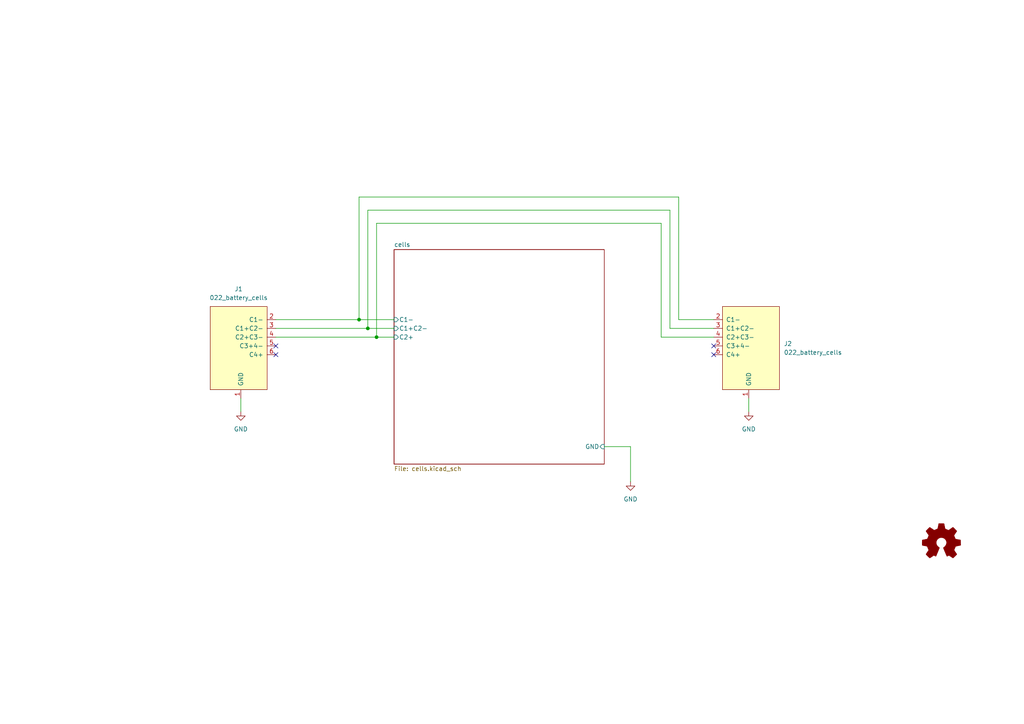
<source format=kicad_sch>
(kicad_sch (version 20211123) (generator eeschema)

  (uuid 57732dd3-1162-4c3f-88bd-31bf473d124d)

  (paper "A4")

  (lib_symbols
    (symbol "Graphic:Logo_Open_Hardware_Small" (pin_names (offset 1.016)) (in_bom yes) (on_board yes)
      (property "Reference" "#LOGO" (id 0) (at 0 6.985 0)
        (effects (font (size 1.27 1.27)) hide)
      )
      (property "Value" "Logo_Open_Hardware_Small" (id 1) (at 0 -5.715 0)
        (effects (font (size 1.27 1.27)) hide)
      )
      (property "Footprint" "" (id 2) (at 0 0 0)
        (effects (font (size 1.27 1.27)) hide)
      )
      (property "Datasheet" "~" (id 3) (at 0 0 0)
        (effects (font (size 1.27 1.27)) hide)
      )
      (property "ki_keywords" "Logo" (id 4) (at 0 0 0)
        (effects (font (size 1.27 1.27)) hide)
      )
      (property "ki_description" "Open Hardware logo, small" (id 5) (at 0 0 0)
        (effects (font (size 1.27 1.27)) hide)
      )
      (symbol "Logo_Open_Hardware_Small_0_1"
        (polyline
          (pts
            (xy 3.3528 -4.3434)
            (xy 3.302 -4.318)
            (xy 3.175 -4.2418)
            (xy 2.9972 -4.1148)
            (xy 2.7686 -3.9624)
            (xy 2.54 -3.81)
            (xy 2.3622 -3.7084)
            (xy 2.2352 -3.6068)
            (xy 2.1844 -3.5814)
            (xy 2.159 -3.6068)
            (xy 2.0574 -3.6576)
            (xy 1.905 -3.7338)
            (xy 1.8034 -3.7846)
            (xy 1.6764 -3.8354)
            (xy 1.6002 -3.8354)
            (xy 1.6002 -3.8354)
            (xy 1.5494 -3.7338)
            (xy 1.4732 -3.5306)
            (xy 1.3462 -3.302)
            (xy 1.2446 -3.0226)
            (xy 1.1176 -2.7178)
            (xy 0.9652 -2.413)
            (xy 0.8636 -2.1082)
            (xy 0.7366 -1.8288)
            (xy 0.6604 -1.6256)
            (xy 0.6096 -1.4732)
            (xy 0.5842 -1.397)
            (xy 0.5842 -1.397)
            (xy 0.6604 -1.3208)
            (xy 0.7874 -1.2446)
            (xy 1.0414 -1.016)
            (xy 1.2954 -0.6858)
            (xy 1.4478 -0.3302)
            (xy 1.524 0.0762)
            (xy 1.4732 0.4572)
            (xy 1.3208 0.8128)
            (xy 1.0668 1.143)
            (xy 0.762 1.3716)
            (xy 0.4064 1.524)
            (xy 0 1.5748)
            (xy -0.381 1.5494)
            (xy -0.7366 1.397)
            (xy -1.0668 1.143)
            (xy -1.2192 0.9906)
            (xy -1.397 0.6604)
            (xy -1.524 0.3048)
            (xy -1.524 0.2286)
            (xy -1.4986 -0.1778)
            (xy -1.397 -0.5334)
            (xy -1.1938 -0.8636)
            (xy -0.9144 -1.143)
            (xy -0.8636 -1.1684)
            (xy -0.7366 -1.27)
            (xy -0.635 -1.3462)
            (xy -0.5842 -1.397)
            (xy -1.0668 -2.5908)
            (xy -1.143 -2.794)
            (xy -1.2954 -3.1242)
            (xy -1.397 -3.4036)
            (xy -1.4986 -3.6322)
            (xy -1.5748 -3.7846)
            (xy -1.6002 -3.8354)
            (xy -1.6002 -3.8354)
            (xy -1.651 -3.8354)
            (xy -1.7272 -3.81)
            (xy -1.905 -3.7338)
            (xy -2.0066 -3.683)
            (xy -2.1336 -3.6068)
            (xy -2.2098 -3.5814)
            (xy -2.2606 -3.6068)
            (xy -2.3622 -3.683)
            (xy -2.54 -3.81)
            (xy -2.7686 -3.9624)
            (xy -2.9718 -4.0894)
            (xy -3.1496 -4.2164)
            (xy -3.302 -4.318)
            (xy -3.3528 -4.3434)
            (xy -3.3782 -4.3434)
            (xy -3.429 -4.318)
            (xy -3.5306 -4.2164)
            (xy -3.7084 -4.064)
            (xy -3.937 -3.8354)
            (xy -3.9624 -3.81)
            (xy -4.1656 -3.6068)
            (xy -4.318 -3.4544)
            (xy -4.4196 -3.3274)
            (xy -4.445 -3.2766)
            (xy -4.445 -3.2766)
            (xy -4.4196 -3.2258)
            (xy -4.318 -3.0734)
            (xy -4.2164 -2.8956)
            (xy -4.064 -2.667)
            (xy -3.6576 -2.0828)
            (xy -3.8862 -1.5494)
            (xy -3.937 -1.3716)
            (xy -4.0386 -1.1684)
            (xy -4.0894 -1.0414)
            (xy -4.1148 -0.9652)
            (xy -4.191 -0.9398)
            (xy -4.318 -0.9144)
            (xy -4.5466 -0.8636)
            (xy -4.8006 -0.8128)
            (xy -5.0546 -0.7874)
            (xy -5.2578 -0.7366)
            (xy -5.4356 -0.7112)
            (xy -5.5118 -0.6858)
            (xy -5.5118 -0.6858)
            (xy -5.5372 -0.635)
            (xy -5.5372 -0.5588)
            (xy -5.5372 -0.4318)
            (xy -5.5626 -0.2286)
            (xy -5.5626 0.0762)
            (xy -5.5626 0.127)
            (xy -5.5372 0.4064)
            (xy -5.5372 0.635)
            (xy -5.5372 0.762)
            (xy -5.5372 0.8382)
            (xy -5.5372 0.8382)
            (xy -5.461 0.8382)
            (xy -5.3086 0.889)
            (xy -5.08 0.9144)
            (xy -4.826 0.9652)
            (xy -4.8006 0.9906)
            (xy -4.5466 1.0414)
            (xy -4.318 1.0668)
            (xy -4.1656 1.1176)
            (xy -4.0894 1.143)
            (xy -4.0894 1.143)
            (xy -4.0386 1.2446)
            (xy -3.9624 1.4224)
            (xy -3.8608 1.6256)
            (xy -3.7846 1.8288)
            (xy -3.7084 2.0066)
            (xy -3.6576 2.159)
            (xy -3.6322 2.2098)
            (xy -3.6322 2.2098)
            (xy -3.683 2.286)
            (xy -3.7592 2.413)
            (xy -3.8862 2.5908)
            (xy -4.064 2.8194)
            (xy -4.064 2.8448)
            (xy -4.2164 3.0734)
            (xy -4.3434 3.2512)
            (xy -4.4196 3.3782)
            (xy -4.445 3.4544)
            (xy -4.445 3.4544)
            (xy -4.3942 3.5052)
            (xy -4.2926 3.6322)
            (xy -4.1148 3.81)
            (xy -3.937 4.0132)
            (xy -3.8608 4.064)
            (xy -3.6576 4.2926)
            (xy -3.5052 4.4196)
            (xy -3.4036 4.4958)
            (xy -3.3528 4.5212)
            (xy -3.3528 4.5212)
            (xy -3.302 4.4704)
            (xy -3.1496 4.3688)
            (xy -2.9718 4.2418)
            (xy -2.7432 4.0894)
            (xy -2.7178 4.0894)
            (xy -2.4892 3.937)
            (xy -2.3114 3.81)
            (xy -2.1844 3.7084)
            (xy -2.1336 3.683)
            (xy -2.1082 3.683)
            (xy -2.032 3.7084)
            (xy -1.8542 3.7592)
            (xy -1.6764 3.8354)
            (xy -1.4732 3.937)
            (xy -1.27 4.0132)
            (xy -1.143 4.064)
            (xy -1.0668 4.1148)
            (xy -1.0668 4.1148)
            (xy -1.0414 4.191)
            (xy -1.016 4.3434)
            (xy -0.9652 4.572)
            (xy -0.9144 4.8514)
            (xy -0.889 4.9022)
            (xy -0.8382 5.1562)
            (xy -0.8128 5.3848)
            (xy -0.7874 5.5372)
            (xy -0.762 5.588)
            (xy -0.7112 5.6134)
            (xy -0.5842 5.6134)
            (xy -0.4064 5.6134)
            (xy -0.1524 5.6134)
            (xy 0.0762 5.6134)
            (xy 0.3302 5.6134)
            (xy 0.5334 5.6134)
            (xy 0.6858 5.588)
            (xy 0.7366 5.588)
            (xy 0.7366 5.588)
            (xy 0.762 5.5118)
            (xy 0.8128 5.334)
            (xy 0.8382 5.1054)
            (xy 0.9144 4.826)
            (xy 0.9144 4.7752)
            (xy 0.9652 4.5212)
            (xy 1.016 4.2926)
            (xy 1.0414 4.1402)
            (xy 1.0668 4.0894)
            (xy 1.0668 4.0894)
            (xy 1.1938 4.0386)
            (xy 1.3716 3.9624)
            (xy 1.5748 3.8608)
            (xy 2.0828 3.6576)
            (xy 2.7178 4.0894)
            (xy 2.7686 4.1402)
            (xy 2.9972 4.2926)
            (xy 3.175 4.4196)
            (xy 3.302 4.4958)
            (xy 3.3782 4.5212)
            (xy 3.3782 4.5212)
            (xy 3.429 4.4704)
            (xy 3.556 4.3434)
            (xy 3.7338 4.191)
            (xy 3.9116 3.9878)
            (xy 4.064 3.8354)
            (xy 4.2418 3.6576)
            (xy 4.3434 3.556)
            (xy 4.4196 3.4798)
            (xy 4.4196 3.429)
            (xy 4.4196 3.4036)
            (xy 4.3942 3.3274)
            (xy 4.2926 3.2004)
            (xy 4.1656 2.9972)
            (xy 4.0132 2.794)
            (xy 3.8862 2.5908)
            (xy 3.7592 2.3876)
            (xy 3.6576 2.2352)
            (xy 3.6322 2.159)
            (xy 3.6322 2.1336)
            (xy 3.683 2.0066)
            (xy 3.7592 1.8288)
            (xy 3.8608 1.6002)
            (xy 4.064 1.1176)
            (xy 4.3942 1.0414)
            (xy 4.5974 1.016)
            (xy 4.8768 0.9652)
            (xy 5.1308 0.9144)
            (xy 5.5372 0.8382)
            (xy 5.5626 -0.6604)
            (xy 5.4864 -0.6858)
            (xy 5.4356 -0.6858)
            (xy 5.2832 -0.7366)
            (xy 5.0546 -0.762)
            (xy 4.8006 -0.8128)
            (xy 4.5974 -0.8636)
            (xy 4.3688 -0.9144)
            (xy 4.2164 -0.9398)
            (xy 4.1402 -0.9398)
            (xy 4.1148 -0.9652)
            (xy 4.064 -1.0668)
            (xy 3.9878 -1.2446)
            (xy 3.9116 -1.4478)
            (xy 3.81 -1.651)
            (xy 3.7338 -1.8542)
            (xy 3.683 -2.0066)
            (xy 3.6576 -2.0828)
            (xy 3.683 -2.1336)
            (xy 3.7846 -2.2606)
            (xy 3.8862 -2.4638)
            (xy 4.0386 -2.667)
            (xy 4.191 -2.8956)
            (xy 4.318 -3.0734)
            (xy 4.3942 -3.2004)
            (xy 4.445 -3.2766)
            (xy 4.4196 -3.3274)
            (xy 4.3434 -3.429)
            (xy 4.1656 -3.5814)
            (xy 3.937 -3.8354)
            (xy 3.8862 -3.8608)
            (xy 3.683 -4.064)
            (xy 3.5306 -4.2164)
            (xy 3.4036 -4.318)
            (xy 3.3528 -4.3434)
          )
          (stroke (width 0) (type default) (color 0 0 0 0))
          (fill (type outline))
        )
      )
    )
    (symbol "power:GND" (power) (pin_names (offset 0)) (in_bom yes) (on_board yes)
      (property "Reference" "#PWR" (id 0) (at 0 -6.35 0)
        (effects (font (size 1.27 1.27)) hide)
      )
      (property "Value" "GND" (id 1) (at 0 -3.81 0)
        (effects (font (size 1.27 1.27)))
      )
      (property "Footprint" "" (id 2) (at 0 0 0)
        (effects (font (size 1.27 1.27)) hide)
      )
      (property "Datasheet" "" (id 3) (at 0 0 0)
        (effects (font (size 1.27 1.27)) hide)
      )
      (property "ki_keywords" "power-flag" (id 4) (at 0 0 0)
        (effects (font (size 1.27 1.27)) hide)
      )
      (property "ki_description" "Power symbol creates a global label with name \"GND\" , ground" (id 5) (at 0 0 0)
        (effects (font (size 1.27 1.27)) hide)
      )
      (symbol "GND_0_1"
        (polyline
          (pts
            (xy 0 0)
            (xy 0 -1.27)
            (xy 1.27 -1.27)
            (xy 0 -2.54)
            (xy -1.27 -1.27)
            (xy 0 -1.27)
          )
          (stroke (width 0) (type default) (color 0 0 0 0))
          (fill (type none))
        )
      )
      (symbol "GND_1_1"
        (pin power_in line (at 0 0 270) (length 0) hide
          (name "GND" (effects (font (size 1.27 1.27))))
          (number "1" (effects (font (size 1.27 1.27))))
        )
      )
    )
    (symbol "put_on_edge:022_battery_cells" (pin_names (offset 1.016)) (in_bom yes) (on_board yes)
      (property "Reference" "J" (id 0) (at -2.54 13.97 0)
        (effects (font (size 1.27 1.27)))
      )
      (property "Value" "022_battery_cells" (id 1) (at 8.89 13.97 0)
        (effects (font (size 1.27 1.27)))
      )
      (property "Footprint" "" (id 2) (at 7.62 16.51 0)
        (effects (font (size 1.27 1.27)) hide)
      )
      (property "Datasheet" "" (id 3) (at 7.62 16.51 0)
        (effects (font (size 1.27 1.27)) hide)
      )
      (symbol "022_battery_cells_0_1"
        (rectangle (start -8.89 12.7) (end 7.62 -11.43)
          (stroke (width 0) (type default) (color 0 0 0 0))
          (fill (type background))
        )
      )
      (symbol "022_battery_cells_1_1"
        (pin power_in line (at -1.27 -13.97 90) (length 2.54)
          (name "GND" (effects (font (size 1.27 1.27))))
          (number "1" (effects (font (size 1.27 1.27))))
        )
        (pin unspecified line (at -11.43 8.89 0) (length 2.54)
          (name "C1-" (effects (font (size 1.27 1.27))))
          (number "2" (effects (font (size 1.27 1.27))))
        )
        (pin unspecified line (at -11.43 6.35 0) (length 2.54)
          (name "C1+C2-" (effects (font (size 1.27 1.27))))
          (number "3" (effects (font (size 1.27 1.27))))
        )
        (pin unspecified line (at -11.43 3.81 0) (length 2.54)
          (name "C2+C3-" (effects (font (size 1.27 1.27))))
          (number "4" (effects (font (size 1.27 1.27))))
        )
        (pin unspecified line (at -11.43 1.27 0) (length 2.54)
          (name "C3+4-" (effects (font (size 1.27 1.27))))
          (number "5" (effects (font (size 1.27 1.27))))
        )
        (pin unspecified line (at -11.43 -1.27 0) (length 2.54)
          (name "C4+" (effects (font (size 1.27 1.27))))
          (number "6" (effects (font (size 1.27 1.27))))
        )
      )
    )
  )

  (junction (at 104.14 92.71) (diameter 0) (color 0 0 0 0)
    (uuid 59610b6c-11df-40f2-a62e-02712d1f1c91)
  )
  (junction (at 106.68 95.25) (diameter 0) (color 0 0 0 0)
    (uuid 61fdd370-85b8-427b-8c99-a0062fd3c9be)
  )
  (junction (at 109.22 97.79) (diameter 0) (color 0 0 0 0)
    (uuid 8cff9f77-0a65-4643-b384-f77328b72692)
  )

  (no_connect (at 207.01 102.87) (uuid 9e88a029-7337-4302-a038-654a7b61131e))
  (no_connect (at 207.01 100.33) (uuid 9e88a029-7337-4302-a038-654a7b61131f))
  (no_connect (at 80.01 102.87) (uuid d87241bb-d493-4046-b455-6f2e6db6f4e1))
  (no_connect (at 80.01 100.33) (uuid d87241bb-d493-4046-b455-6f2e6db6f4e2))

  (wire (pts (xy 106.68 95.25) (xy 114.3 95.25))
    (stroke (width 0) (type default) (color 0 0 0 0))
    (uuid 29ab5b34-f537-46b5-8b98-e3a75379d465)
  )
  (wire (pts (xy 80.01 92.71) (xy 104.14 92.71))
    (stroke (width 0) (type default) (color 0 0 0 0))
    (uuid 34adbf81-71f3-46c0-9829-3a0b12b4b0db)
  )
  (wire (pts (xy 106.68 60.96) (xy 106.68 95.25))
    (stroke (width 0) (type default) (color 0 0 0 0))
    (uuid 3c55dd70-e357-4a9c-ad00-7c995a7236f4)
  )
  (wire (pts (xy 104.14 92.71) (xy 114.3 92.71))
    (stroke (width 0) (type default) (color 0 0 0 0))
    (uuid 3eb3f952-6260-4c3f-9890-7fee48925c68)
  )
  (wire (pts (xy 104.14 57.15) (xy 196.85 57.15))
    (stroke (width 0) (type default) (color 0 0 0 0))
    (uuid 45dc53bc-1d32-4153-b856-2c21ed10d797)
  )
  (wire (pts (xy 217.17 115.57) (xy 217.17 119.38))
    (stroke (width 0) (type default) (color 0 0 0 0))
    (uuid 4bbcb473-0b29-4262-ba02-71b75a5e1cfd)
  )
  (wire (pts (xy 191.77 64.77) (xy 191.77 97.79))
    (stroke (width 0) (type default) (color 0 0 0 0))
    (uuid 4e819b5a-ab11-467f-b48a-6d973c7eb32c)
  )
  (wire (pts (xy 194.31 60.96) (xy 106.68 60.96))
    (stroke (width 0) (type default) (color 0 0 0 0))
    (uuid 5265fc18-844a-4b7e-86d6-73cc3de3437b)
  )
  (wire (pts (xy 80.01 97.79) (xy 109.22 97.79))
    (stroke (width 0) (type default) (color 0 0 0 0))
    (uuid 57cda98e-720c-4308-8290-c647be110a11)
  )
  (wire (pts (xy 182.88 129.54) (xy 182.88 139.7))
    (stroke (width 0) (type default) (color 0 0 0 0))
    (uuid 5a1fc14d-1d6f-444c-82b2-77ce3f0eeb3f)
  )
  (wire (pts (xy 109.22 64.77) (xy 191.77 64.77))
    (stroke (width 0) (type default) (color 0 0 0 0))
    (uuid 69f40a82-5da5-46b4-a706-d09d7c023b0d)
  )
  (wire (pts (xy 207.01 95.25) (xy 194.31 95.25))
    (stroke (width 0) (type default) (color 0 0 0 0))
    (uuid 850d5da3-1105-4a7a-a36e-0c41119a3d5a)
  )
  (wire (pts (xy 194.31 95.25) (xy 194.31 60.96))
    (stroke (width 0) (type default) (color 0 0 0 0))
    (uuid 9112cfe9-b3b9-4bfe-8708-a9e37eebcb38)
  )
  (wire (pts (xy 191.77 97.79) (xy 207.01 97.79))
    (stroke (width 0) (type default) (color 0 0 0 0))
    (uuid 9aa192ca-128b-4e45-af2c-db6bf8afa046)
  )
  (wire (pts (xy 80.01 95.25) (xy 106.68 95.25))
    (stroke (width 0) (type default) (color 0 0 0 0))
    (uuid 9efa2e48-b959-412e-b2e4-49dca9ee73e5)
  )
  (wire (pts (xy 109.22 97.79) (xy 109.22 64.77))
    (stroke (width 0) (type default) (color 0 0 0 0))
    (uuid a3515da2-6636-4bbf-8441-25230f95bd17)
  )
  (wire (pts (xy 175.26 129.54) (xy 182.88 129.54))
    (stroke (width 0) (type default) (color 0 0 0 0))
    (uuid b5f50e6e-6728-4454-96f5-44e0bc388ce5)
  )
  (wire (pts (xy 69.85 115.57) (xy 69.85 119.38))
    (stroke (width 0) (type default) (color 0 0 0 0))
    (uuid c5f6898a-6fc8-4478-9df9-bd19c99a0a76)
  )
  (wire (pts (xy 109.22 97.79) (xy 114.3 97.79))
    (stroke (width 0) (type default) (color 0 0 0 0))
    (uuid ce1e7857-8cd5-4876-a035-ec120b61a913)
  )
  (wire (pts (xy 104.14 92.71) (xy 104.14 57.15))
    (stroke (width 0) (type default) (color 0 0 0 0))
    (uuid d77e34d4-eb6b-4641-bfdc-d5c145a053b0)
  )
  (wire (pts (xy 196.85 57.15) (xy 196.85 92.71))
    (stroke (width 0) (type default) (color 0 0 0 0))
    (uuid e3cd2a90-8849-41a1-868d-8ca61f37b8dc)
  )
  (wire (pts (xy 196.85 92.71) (xy 207.01 92.71))
    (stroke (width 0) (type default) (color 0 0 0 0))
    (uuid f8ee70b7-ad44-4dbd-a521-c45d1687aff6)
  )

  (symbol (lib_id "put_on_edge:022_battery_cells") (at 218.44 101.6 0) (unit 1)
    (in_bom yes) (on_board yes) (fields_autoplaced)
    (uuid 0af9f698-34c7-4597-9d82-fe26d2da2ac7)
    (property "Reference" "J2" (id 0) (at 227.33 99.6949 0)
      (effects (font (size 1.27 1.27)) (justify left))
    )
    (property "Value" "022_battery_cells" (id 1) (at 227.33 102.2349 0)
      (effects (font (size 1.27 1.27)) (justify left))
    )
    (property "Footprint" "on_edge:on_edge_2x05_host" (id 2) (at 226.06 85.09 0)
      (effects (font (size 1.27 1.27)) hide)
    )
    (property "Datasheet" "" (id 3) (at 226.06 85.09 0)
      (effects (font (size 1.27 1.27)) hide)
    )
    (pin "1" (uuid 6a05f636-27cd-4aef-83a4-723c4dc8653e))
    (pin "2" (uuid daa45d44-d17a-4ee4-ab16-033253707795))
    (pin "3" (uuid a092c16c-58aa-4e09-a95f-d87936e8f3c8))
    (pin "4" (uuid 51bfaaad-1c98-4b45-9df1-ca7c372ab9ea))
    (pin "5" (uuid 7c269f73-cd2e-457e-b8c2-23390a257a45))
    (pin "6" (uuid 5839fcd3-56e9-47d8-be0b-b95b190e63ef))
  )

  (symbol (lib_id "put_on_edge:022_battery_cells") (at 68.58 101.6 0) (mirror y) (unit 1)
    (in_bom yes) (on_board yes) (fields_autoplaced)
    (uuid 461078d0-300e-4ca0-86db-bb81381fd6fd)
    (property "Reference" "J1" (id 0) (at 69.215 83.82 0))
    (property "Value" "022_battery_cells" (id 1) (at 69.215 86.36 0))
    (property "Footprint" "on_edge:on_edge_2x05_device" (id 2) (at 60.96 85.09 0)
      (effects (font (size 1.27 1.27)) hide)
    )
    (property "Datasheet" "" (id 3) (at 60.96 85.09 0)
      (effects (font (size 1.27 1.27)) hide)
    )
    (pin "1" (uuid b9a2c204-8da4-4438-804f-e785f6b05d07))
    (pin "2" (uuid 36be55f7-d240-4184-a2e4-90b549d9b779))
    (pin "3" (uuid ec56117e-1bd3-4d20-991b-478cfe12abbc))
    (pin "4" (uuid 22838790-6b21-4310-af44-f63a237d31a4))
    (pin "5" (uuid 473040f7-6939-4d3c-b23e-c04ecf2e8414))
    (pin "6" (uuid 96708cae-67a7-4572-8906-f666e6d0920e))
  )

  (symbol (lib_id "power:GND") (at 182.88 139.7 0) (unit 1)
    (in_bom yes) (on_board yes) (fields_autoplaced)
    (uuid 971afa99-5d33-4a72-a8e1-edd3c45138ed)
    (property "Reference" "#PWR0101" (id 0) (at 182.88 146.05 0)
      (effects (font (size 1.27 1.27)) hide)
    )
    (property "Value" "GND" (id 1) (at 182.88 144.78 0))
    (property "Footprint" "" (id 2) (at 182.88 139.7 0)
      (effects (font (size 1.27 1.27)) hide)
    )
    (property "Datasheet" "" (id 3) (at 182.88 139.7 0)
      (effects (font (size 1.27 1.27)) hide)
    )
    (pin "1" (uuid 0e12e353-ffd6-4e27-8957-653e209f57b0))
  )

  (symbol (lib_id "Graphic:Logo_Open_Hardware_Small") (at 273.05 157.48 0) (unit 1)
    (in_bom yes) (on_board yes) (fields_autoplaced)
    (uuid b72b6f4a-7489-40f2-bb90-d75ae01aa368)
    (property "Reference" "LOGO1" (id 0) (at 273.05 150.495 0)
      (effects (font (size 1.27 1.27)) hide)
    )
    (property "Value" "Logo_Open_Hardware_Small" (id 1) (at 273.05 163.195 0)
      (effects (font (size 1.27 1.27)) hide)
    )
    (property "Footprint" "Symbol:OSHW-Symbol_6.7x6mm_SilkScreen" (id 2) (at 273.05 157.48 0)
      (effects (font (size 1.27 1.27)) hide)
    )
    (property "Datasheet" "~" (id 3) (at 273.05 157.48 0)
      (effects (font (size 1.27 1.27)) hide)
    )
  )

  (symbol (lib_id "power:GND") (at 69.85 119.38 0) (unit 1)
    (in_bom yes) (on_board yes) (fields_autoplaced)
    (uuid c664db8c-902d-465d-9ed7-2668046513a7)
    (property "Reference" "#PWR0103" (id 0) (at 69.85 125.73 0)
      (effects (font (size 1.27 1.27)) hide)
    )
    (property "Value" "GND" (id 1) (at 69.85 124.46 0))
    (property "Footprint" "" (id 2) (at 69.85 119.38 0)
      (effects (font (size 1.27 1.27)) hide)
    )
    (property "Datasheet" "" (id 3) (at 69.85 119.38 0)
      (effects (font (size 1.27 1.27)) hide)
    )
    (pin "1" (uuid cbcc391f-9d6b-47a9-9ba3-4737f147f4f7))
  )

  (symbol (lib_id "power:GND") (at 217.17 119.38 0) (unit 1)
    (in_bom yes) (on_board yes) (fields_autoplaced)
    (uuid d9e5d20d-d116-47a1-8e58-17ba0aa8bb6b)
    (property "Reference" "#PWR0102" (id 0) (at 217.17 125.73 0)
      (effects (font (size 1.27 1.27)) hide)
    )
    (property "Value" "GND" (id 1) (at 217.17 124.46 0))
    (property "Footprint" "" (id 2) (at 217.17 119.38 0)
      (effects (font (size 1.27 1.27)) hide)
    )
    (property "Datasheet" "" (id 3) (at 217.17 119.38 0)
      (effects (font (size 1.27 1.27)) hide)
    )
    (pin "1" (uuid 9b01022e-787e-4608-ad70-3e0f2673c643))
  )

  (sheet (at 114.3 72.39) (size 60.96 62.23) (fields_autoplaced)
    (stroke (width 0.1524) (type solid) (color 0 0 0 0))
    (fill (color 0 0 0 0.0000))
    (uuid 767ce4c6-0e55-4543-92f0-34cb8237a544)
    (property "Sheet name" "cells" (id 0) (at 114.3 71.6784 0)
      (effects (font (size 1.27 1.27)) (justify left bottom))
    )
    (property "Sheet file" "cells.kicad_sch" (id 1) (at 114.3 135.2046 0)
      (effects (font (size 1.27 1.27)) (justify left top))
    )
    (pin "GND" input (at 175.26 129.54 0)
      (effects (font (size 1.27 1.27)) (justify right))
      (uuid 466cf29f-04d2-4303-aa26-8ec28548d2f2)
    )
    (pin "C1-" input (at 114.3 92.71 180)
      (effects (font (size 1.27 1.27)) (justify left))
      (uuid 97fcef6d-2439-45b1-b820-388e706e9771)
    )
    (pin "C1+C2-" input (at 114.3 95.25 180)
      (effects (font (size 1.27 1.27)) (justify left))
      (uuid ab6a1c39-b2d6-43a8-b461-de86329a2767)
    )
    (pin "C2+" input (at 114.3 97.79 180)
      (effects (font (size 1.27 1.27)) (justify left))
      (uuid 40caac2b-1696-4c63-8cdc-ec493666acb3)
    )
  )

  (sheet_instances
    (path "/" (page "1"))
    (path "/767ce4c6-0e55-4543-92f0-34cb8237a544" (page "2"))
  )

  (symbol_instances
    (path "/971afa99-5d33-4a72-a8e1-edd3c45138ed"
      (reference "#PWR0101") (unit 1) (value "GND") (footprint "")
    )
    (path "/d9e5d20d-d116-47a1-8e58-17ba0aa8bb6b"
      (reference "#PWR0102") (unit 1) (value "GND") (footprint "")
    )
    (path "/c664db8c-902d-465d-9ed7-2668046513a7"
      (reference "#PWR0103") (unit 1) (value "GND") (footprint "")
    )
    (path "/767ce4c6-0e55-4543-92f0-34cb8237a544/685aadd6-d5f3-4d3d-afc5-1c0fdb702e4a"
      (reference "BT1") (unit 1) (value "BHAA-3-G") (footprint "BAT_BHAA-3-G")
    )
    (path "/767ce4c6-0e55-4543-92f0-34cb8237a544/bb96c538-8ae1-467a-98ff-e52228aa2df7"
      (reference "BT2") (unit 1) (value "BHAA-3-G") (footprint "BAT_BHAA-3-G")
    )
    (path "/461078d0-300e-4ca0-86db-bb81381fd6fd"
      (reference "J1") (unit 1) (value "022_battery_cells") (footprint "on_edge:on_edge_2x05_device")
    )
    (path "/0af9f698-34c7-4597-9d82-fe26d2da2ac7"
      (reference "J2") (unit 1) (value "022_battery_cells") (footprint "on_edge:on_edge_2x05_host")
    )
    (path "/b72b6f4a-7489-40f2-bb90-d75ae01aa368"
      (reference "LOGO1") (unit 1) (value "Logo_Open_Hardware_Small") (footprint "Symbol:OSHW-Symbol_6.7x6mm_SilkScreen")
    )
    (path "/767ce4c6-0e55-4543-92f0-34cb8237a544/fd858b6b-51cd-4a9b-ab36-626cab6f3be4"
      (reference "R1") (unit 1) (value "0R") (footprint "Resistor_SMD:R_0603_1608Metric")
    )
  )
)

</source>
